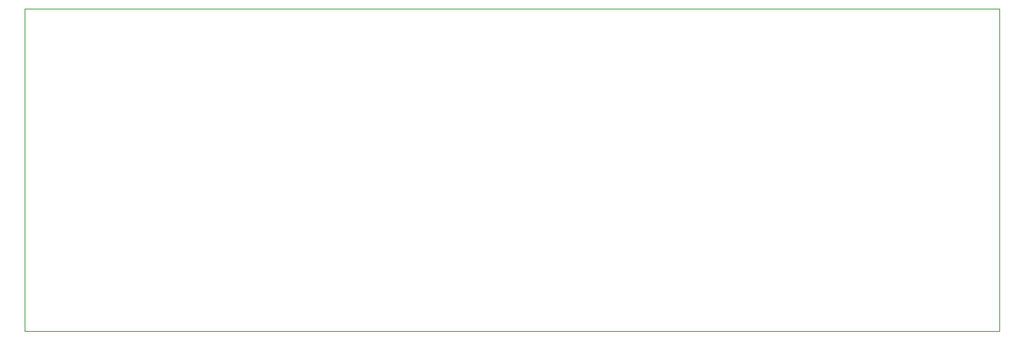
<source format=gbr>
%TF.GenerationSoftware,KiCad,Pcbnew,9.0.0*%
%TF.CreationDate,2025-03-26T12:10:22+11:00*%
%TF.ProjectId,Wing Board 4 Combo mk II,57696e67-2042-46f6-9172-64203420436f,rev?*%
%TF.SameCoordinates,Original*%
%TF.FileFunction,Profile,NP*%
%FSLAX46Y46*%
G04 Gerber Fmt 4.6, Leading zero omitted, Abs format (unit mm)*
G04 Created by KiCad (PCBNEW 9.0.0) date 2025-03-26 12:10:22*
%MOMM*%
%LPD*%
G01*
G04 APERTURE LIST*
%TA.AperFunction,Profile*%
%ADD10C,0.050000*%
%TD*%
G04 APERTURE END LIST*
D10*
X53Y9400D02*
X113910800Y9400D01*
X113910800Y-37656600D01*
X53Y-37656600D01*
X53Y9400D01*
M02*

</source>
